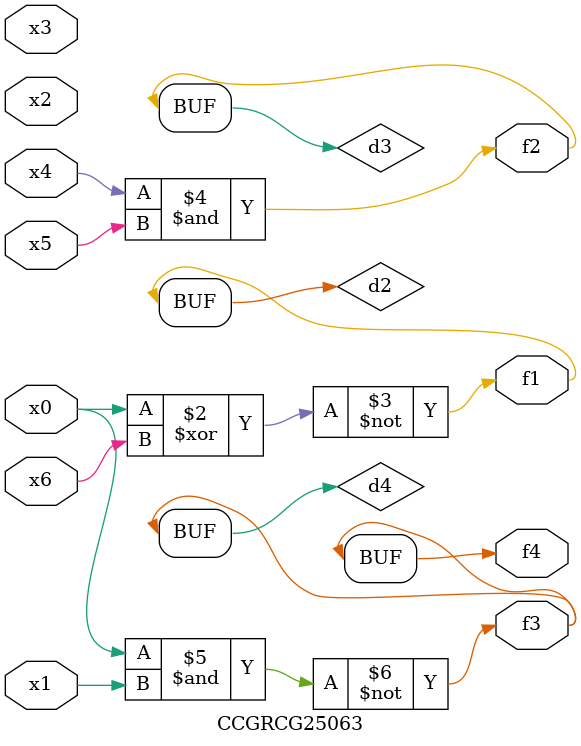
<source format=v>
module CCGRCG25063(
	input x0, x1, x2, x3, x4, x5, x6,
	output f1, f2, f3, f4
);

	wire d1, d2, d3, d4;

	nor (d1, x0);
	xnor (d2, x0, x6);
	and (d3, x4, x5);
	nand (d4, x0, x1);
	assign f1 = d2;
	assign f2 = d3;
	assign f3 = d4;
	assign f4 = d4;
endmodule

</source>
